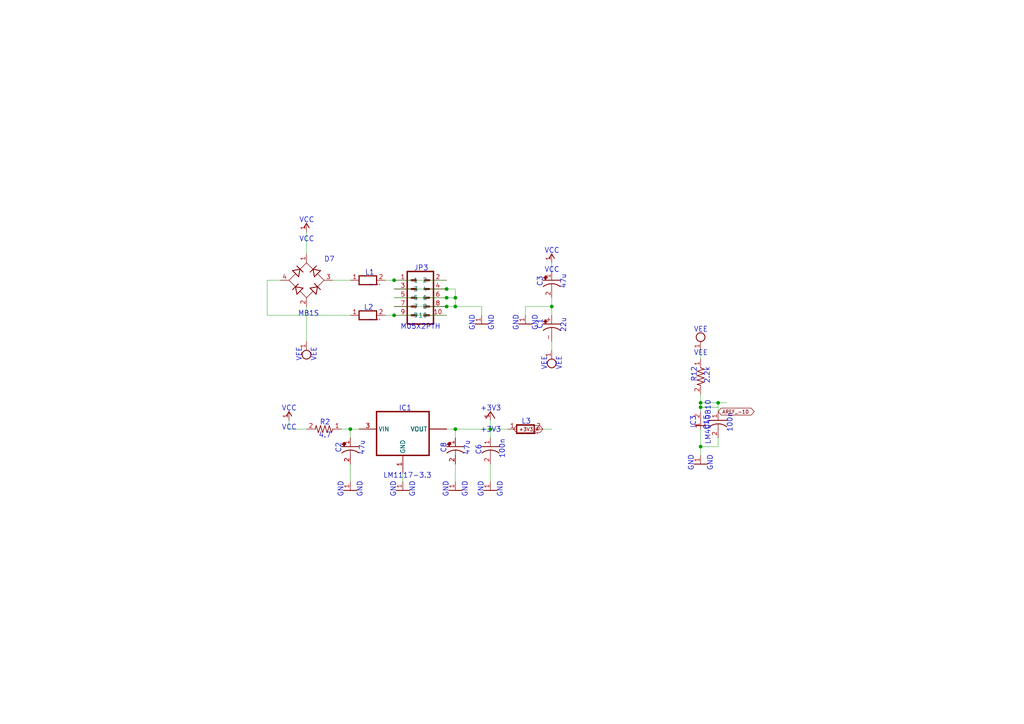
<source format=kicad_sch>
(kicad_sch (version 20231120) (generator "eeschema") (generator_version "8.0")
  (paper "A4")
  (lib_symbols
    (symbol "nrings-eagle-import:+3V3" (power)
      (symbol "+3V3_1_0"
        (polyline (pts (xy 0 0.952) (xy -1.27 -0.952)) (stroke (width 0.254)))
        (polyline (pts (xy 1.27 -0.952) (xy 0 0.952)) (stroke (width 0.254)))
        (pin power_in line (at 0 -1.588 90) (length 2.54) (name "+3V3") (number "1"))
      )
    )
    (symbol "nrings-eagle-import:C-USC0603_4"
      (symbol "C-USC0603_4_1_0"
        (polyline (pts (xy -2.54 1.27) (xy 2.54 1.27)) (stroke (width 0.254)))
        (polyline (pts (xy 0 0.254) (xy 0 -1.27)) (stroke (width 0.152)))
        (arc (start 0 0.254) (mid -1.3021 0.0399) (end -2.467 -0.58) (stroke (width 0.254)))
        (arc (start 2.489 -0.584) (mid 1.3157 0.0506) (end 0 0.2701) (stroke (width 0.254)))
        (pin passive line (at 0 3.81 270) (length 2.54) (name "1") (number "1"))
        (pin passive line (at 0 -3.81 90) (length 2.54) (name "2") (number "2"))
      )
    )
    (symbol "nrings-eagle-import:CPOL-USC"
      (symbol "CPOL-USC_1_0"
        (arc (start 0 -0.334) (mid -1.3021 -0.548) (end -2.467 -1.168) (stroke (width 0.254)))
        (polyline (pts (xy -2.54 0.682) (xy 2.54 0.682)) (stroke (width 0.254)))
        (polyline (pts (xy -2.253 1.349) (xy -1.364 1.349)) (stroke (width 0.333)))
        (polyline (pts (xy -2.253 1.477) (xy -2.253 1.349)) (stroke (width 0.333)))
        (polyline (pts (xy -1.871 0.969) (xy -1.745 0.969)) (stroke (width 0.333)))
        (polyline (pts (xy -1.871 1.858) (xy -1.871 0.969)) (stroke (width 0.333)))
        (polyline (pts (xy -1.745 0.969) (xy -1.745 1.858)) (stroke (width 0.333)))
        (polyline (pts (xy -1.745 1.858) (xy -1.871 1.858)) (stroke (width 0.333)))
        (polyline (pts (xy -1.364 1.349) (xy -1.364 1.477)) (stroke (width 0.333)))
        (polyline (pts (xy -1.364 1.477) (xy -2.253 1.477)) (stroke (width 0.333)))
        (polyline (pts (xy 0 -0.334) (xy 0 -1.858)) (stroke (width 0.152)))
        (arc (start 2.489 -1.172) (mid 1.3157 -0.5374) (end 0 -0.3179) (stroke (width 0.254)))
        (pin passive line (at 0 3.222 270) (length 2.54) (name "+") (number "+"))
        (pin passive line (at 0 -4.398 90) (length 2.54) (name "-") (number "-"))
      )
    )
    (symbol "nrings-eagle-import:CPOL-USD"
      (symbol "CPOL-USD_1_0"
        (arc (start 0 -0.334) (mid -1.3021 -0.548) (end -2.467 -1.168) (stroke (width 0.254)))
        (polyline (pts (xy -2.54 0.682) (xy 2.54 0.682)) (stroke (width 0.254)))
        (polyline (pts (xy -2.253 1.349) (xy -1.364 1.349)) (stroke (width 0.333)))
        (polyline (pts (xy -2.253 1.477) (xy -2.253 1.349)) (stroke (width 0.333)))
        (polyline (pts (xy -1.871 0.969) (xy -1.745 0.969)) (stroke (width 0.333)))
        (polyline (pts (xy -1.871 1.858) (xy -1.871 0.969)) (stroke (width 0.333)))
        (polyline (pts (xy -1.745 0.969) (xy -1.745 1.858)) (stroke (width 0.333)))
        (polyline (pts (xy -1.745 1.858) (xy -1.871 1.858)) (stroke (width 0.333)))
        (polyline (pts (xy -1.364 1.349) (xy -1.364 1.477)) (stroke (width 0.333)))
        (polyline (pts (xy -1.364 1.477) (xy -2.253 1.477)) (stroke (width 0.333)))
        (polyline (pts (xy 0 -0.334) (xy 0 -1.858)) (stroke (width 0.152)))
        (arc (start 2.489 -1.172) (mid 1.3157 -0.5374) (end 0 -0.3179) (stroke (width 0.254)))
        (pin passive line (at 0 3.222 270) (length 2.54) (name "+") (number "1"))
        (pin passive line (at 0 -4.398 90) (length 2.54) (name "-") (number "2"))
      )
    )
    (symbol "nrings-eagle-import:GND" (power)
      (symbol "GND_1_0"
        (polyline (pts (xy -1.905 0) (xy 1.905 0)) (stroke (width 0.254)))
        (pin power_in line (at 0 2.54 270) (length 2.54) (name "GND") (number "1"))
      )
    )
    (symbol "nrings-eagle-import:LM4041B12DBZ"
      (symbol "LM4041B12DBZ_1_0"
        (polyline (pts (xy -1.27 -0.952) (xy -1.27 -0.572)) (stroke (width 0.254)))
        (polyline (pts (xy -1.27 -0.572) (xy 0 -0.572)) (stroke (width 0.254)))
        (polyline (pts (xy 0 -0.572) (xy 1.27 -0.572)) (stroke (width 0.254)))
        (polyline (pts (xy 1.27 -0.572) (xy 1.27 -0.191)) (stroke (width 0.254)))
        (pin passive line (at 0 -1.588 90) (length 2.54) (name "C") (number "1"))
        (pin passive line (at 0 3.492 270) (length 2.54) (name "A") (number "2"))
      )
    )
    (symbol "nrings-eagle-import:M05X2PTH"
      (symbol "M05X2PTH_1_0"
        (polyline (pts (xy -3.81 7.62) (xy -3.81 -7.62)) (stroke (width 0.406)))
        (polyline (pts (xy -3.81 7.62) (xy 3.81 7.62)) (stroke (width 0.406)))
        (polyline (pts (xy -1.27 -5.08) (xy -2.54 -5.08)) (stroke (width 0.61)))
        (polyline (pts (xy -1.27 -2.54) (xy -2.54 -2.54)) (stroke (width 0.61)))
        (polyline (pts (xy -1.27 0) (xy -2.54 0)) (stroke (width 0.61)))
        (polyline (pts (xy -1.27 2.54) (xy -2.54 2.54)) (stroke (width 0.61)))
        (polyline (pts (xy -1.27 5.08) (xy -2.54 5.08)) (stroke (width 0.61)))
        (polyline (pts (xy 1.27 -5.08) (xy 2.54 -5.08)) (stroke (width 0.61)))
        (polyline (pts (xy 1.27 -2.54) (xy 2.54 -2.54)) (stroke (width 0.61)))
        (polyline (pts (xy 1.27 0) (xy 2.54 0)) (stroke (width 0.61)))
        (polyline (pts (xy 1.27 2.54) (xy 2.54 2.54)) (stroke (width 0.61)))
        (polyline (pts (xy 1.27 5.08) (xy 2.54 5.08)) (stroke (width 0.61)))
        (polyline (pts (xy 3.81 -7.62) (xy -3.81 -7.62)) (stroke (width 0.406)))
        (polyline (pts (xy 3.81 -7.62) (xy 3.81 7.62)) (stroke (width 0.406)))
        (pin passive line (at -7.62 5.08 0) (length 5.08) (name "1") (number "1"))
        (pin passive line (at 7.62 -5.08 180) (length 5.08) (name "10") (number "10"))
        (pin passive line (at 7.62 5.08 180) (length 5.08) (name "2") (number "2"))
        (pin passive line (at -7.62 2.54 0) (length 5.08) (name "3") (number "3"))
        (pin passive line (at 7.62 2.54 180) (length 5.08) (name "4") (number "4"))
        (pin passive line (at -7.62 0 0) (length 5.08) (name "5") (number "5"))
        (pin passive line (at 7.62 0 180) (length 5.08) (name "6") (number "6"))
        (pin passive line (at -7.62 -2.54 0) (length 5.08) (name "7") (number "7"))
        (pin passive line (at 7.62 -2.54 180) (length 5.08) (name "8") (number "8"))
        (pin passive line (at -7.62 -5.08 0) (length 5.08) (name "9") (number "9"))
      )
    )
    (symbol "nrings-eagle-import:MB1S"
      (symbol "MB1S_1_0"
        (polyline (pts (xy -5.08 0) (xy -3.277 1.803)) (stroke (width 0.152)))
        (polyline (pts (xy -4.064 -2.794) (xy -2.286 -1.016)) (stroke (width 0.254)))
        (polyline (pts (xy -4.064 2.794) (xy -2.286 1.016)) (stroke (width 0.254)))
        (polyline (pts (xy -3.277 -1.803) (xy -5.08 0)) (stroke (width 0.152)))
        (polyline (pts (xy -2.718 -4.039) (xy -0.94 -2.261)) (stroke (width 0.254)))
        (polyline (pts (xy -2.718 4.039) (xy -1.067 2.388)) (stroke (width 0.254)))
        (polyline (pts (xy -1.905 -3.175) (xy -4.064 -2.794)) (stroke (width 0.254)))
        (polyline (pts (xy -1.905 -3.175) (xy -2.286 -1.016)) (stroke (width 0.254)))
        (polyline (pts (xy -1.905 3.175) (xy -4.064 2.794)) (stroke (width 0.254)))
        (polyline (pts (xy -1.905 3.175) (xy -2.286 1.016)) (stroke (width 0.254)))
        (polyline (pts (xy -1.905 3.175) (xy 0 5.08)) (stroke (width 0.152)))
        (polyline (pts (xy 0 -5.08) (xy -1.905 -3.175)) (stroke (width 0.152)))
        (polyline (pts (xy 0 -5.08) (xy 1.803 -3.277)) (stroke (width 0.152)))
        (polyline (pts (xy 0 5.08) (xy 1.803 3.277)) (stroke (width 0.152)))
        (polyline (pts (xy 1.016 -2.286) (xy 2.794 -4.064)) (stroke (width 0.254)))
        (polyline (pts (xy 1.016 2.286) (xy 2.794 4.064)) (stroke (width 0.254)))
        (polyline (pts (xy 2.362 -1.067) (xy 4.14 -2.845)) (stroke (width 0.254)))
        (polyline (pts (xy 2.362 1.016) (xy 4.14 2.794)) (stroke (width 0.254)))
        (polyline (pts (xy 3.175 -1.905) (xy 1.016 -2.286)) (stroke (width 0.254)))
        (polyline (pts (xy 3.175 -1.905) (xy 2.794 -4.064)) (stroke (width 0.254)))
        (polyline (pts (xy 3.175 1.905) (xy 1.016 2.286)) (stroke (width 0.254)))
        (polyline (pts (xy 3.175 1.905) (xy 2.794 4.064)) (stroke (width 0.254)))
        (polyline (pts (xy 3.175 1.905) (xy 5.08 0)) (stroke (width 0.152)))
        (polyline (pts (xy 5.08 0) (xy 3.175 -1.905)) (stroke (width 0.152)))
        (pin passive line (at 7.62 0 180) (length 2.54) (name "+") (number "1"))
        (pin passive line (at -7.62 0 0) (length 2.54) (name "-") (number "2"))
        (pin passive line (at 0 -7.62 90) (length 2.54) (name "AC2") (number "3"))
        (pin passive line (at 0 7.62 270) (length 2.54) (name "AC1") (number "4"))
      )
    )
    (symbol "nrings-eagle-import:R-US_R0603_36"
      (symbol "R-US_R0603_36_1_0"
        (polyline (pts (xy -1.016 -2.286) (xy 0 -2.54)) (stroke (width 0.203)))
        (polyline (pts (xy -1.016 -1.016) (xy 1.016 -1.651)) (stroke (width 0.203)))
        (polyline (pts (xy -1.016 0.254) (xy 1.016 -0.381)) (stroke (width 0.203)))
        (polyline (pts (xy -1.016 1.524) (xy 1.016 0.889)) (stroke (width 0.203)))
        (polyline (pts (xy 0 2.54) (xy 1.016 2.159)) (stroke (width 0.203)))
        (polyline (pts (xy 1.016 -1.651) (xy -1.016 -2.286)) (stroke (width 0.203)))
        (polyline (pts (xy 1.016 -0.381) (xy -1.016 -1.016)) (stroke (width 0.203)))
        (polyline (pts (xy 1.016 0.889) (xy -1.016 0.254)) (stroke (width 0.203)))
        (polyline (pts (xy 1.016 2.159) (xy -1.016 1.524)) (stroke (width 0.203)))
        (pin passive line (at 0 5.08 270) (length 2.54) (name "1") (number "1"))
        (pin passive line (at 0 -5.08 90) (length 2.54) (name "2") (number "2"))
      )
    )
    (symbol "nrings-eagle-import:R-US_R1206"
      (symbol "R-US_R1206_1_0"
        (polyline (pts (xy -2.286 1.016) (xy -2.54 0)) (stroke (width 0.203)))
        (polyline (pts (xy -1.651 -1.016) (xy -2.286 1.016)) (stroke (width 0.203)))
        (polyline (pts (xy -1.016 1.016) (xy -1.651 -1.016)) (stroke (width 0.203)))
        (polyline (pts (xy -0.381 -1.016) (xy -1.016 1.016)) (stroke (width 0.203)))
        (polyline (pts (xy 0.254 1.016) (xy -0.381 -1.016)) (stroke (width 0.203)))
        (polyline (pts (xy 0.889 -1.016) (xy 0.254 1.016)) (stroke (width 0.203)))
        (polyline (pts (xy 1.524 1.016) (xy 0.889 -1.016)) (stroke (width 0.203)))
        (polyline (pts (xy 2.159 -1.016) (xy 1.524 1.016)) (stroke (width 0.203)))
        (polyline (pts (xy 2.54 0) (xy 2.159 -1.016)) (stroke (width 0.203)))
        (pin passive line (at 5.08 0 180) (length 2.54) (name "1") (number "1"))
        (pin passive line (at -5.08 0 0) (length 2.54) (name "2") (number "2"))
      )
    )
    (symbol "nrings-eagle-import:REG1117T"
      (symbol "REG1117T_1_0"
        (polyline (pts (xy -7.62 -6.35) (xy 7.62 -6.35)) (stroke (width 0.406)))
        (polyline (pts (xy -7.62 6.35) (xy -7.62 -6.35)) (stroke (width 0.406)))
        (polyline (pts (xy 7.62 -6.35) (xy 7.62 6.35)) (stroke (width 0.406)))
        (polyline (pts (xy 7.62 6.35) (xy -7.62 6.35)) (stroke (width 0.406)))
        (pin power_in line (at 0 -11.43 90) (length 5.08) (name "GND") (number "1"))
        (pin output line (at 12.7 1.27 180) (length 5.08) (name "VOUT") (number "2"))
        (pin input line (at -12.7 1.27 0) (length 5.08) (name "VIN") (number "3"))
        (pin output line (at 12.7 1.27 180) (length 5.08) (name "VOUT") (number "4"))
      )
    )
    (symbol "nrings-eagle-import:VCC" (power)
      (symbol "VCC_1_0"
        (polyline (pts (xy 0 0.635) (xy -0.762 -0.635)) (stroke (width 0.254)))
        (polyline (pts (xy 0.762 -0.635) (xy 0 0.635)) (stroke (width 0.254)))
        (pin power_in line (at 0 -1.905 90) (length 2.54) (name "VCC") (number "1"))
      )
    )
    (symbol "nrings-eagle-import:VEE" (power)
      (symbol "VEE_1_0"
        (circle (center 0 0) (radius 1.27) (stroke (width 0.254)))
        (pin power_in line (at 0 -3.81 90) (length 2.54) (name "VEE") (number "1"))
      )
    )
    (symbol "nrings-eagle-import:VEE_42" (power)
      (symbol "VEE_42_1_0"
        (circle (center 0 0) (radius 1.27) (stroke (width 0.254)))
        (pin power_in line (at 0 3.81 270) (length 2.54) (name "VEE") (number "1"))
      )
    )
    (symbol "nrings-eagle-import:WE-CBF_0603"
      (symbol "WE-CBF_0603_1_0"
        (polyline (pts (xy -2.538 -1.272) (xy 2.54 -1.272)) (stroke (width 0.333)))
        (polyline (pts (xy -2.538 1.272) (xy -2.538 -1.272)) (stroke (width 0.333)))
        (polyline (pts (xy 2.54 -1.272) (xy 2.54 1.272)) (stroke (width 0.333)))
        (polyline (pts (xy 2.54 1.272) (xy -2.538 1.272)) (stroke (width 0.333)))
        (pin passive line (at -5.08 0.002 0) (length 2.54) (name "1") (number "1"))
        (pin passive line (at 5.08 0.002 180) (length 2.54) (name "2") (number "2"))
      )
    )
  )
  (junction (at 142.24 124.46))
  (junction (at 114.3 91.44))
  (junction (at 129.54 86.36))
  (junction (at 132.08 88.9))
  (junction (at 129.54 88.9))
  (junction (at 203.2 129.54))
  (junction (at 132.08 124.46))
  (junction (at 160.02 88.9))
  (junction (at 129.54 83.82))
  (junction (at 208.28 116.84))
  (junction (at 101.6 124.46))
  (junction (at 203.2 118.11))
  (junction (at 203.2 116.84))
  (junction (at 132.08 86.36))
  (junction (at 114.3 81.28))
  (wire (pts (xy 101.6 124.46) (xy 104.14 124.46)) (stroke (width 0.1)))
  (wire (pts (xy 99.06 124.46) (xy 101.6 124.46)) (stroke (width 0.1)))
  (wire (pts (xy 114.3 81.28) (xy 129.54 81.28)) (stroke (width 0.1)))
  (wire (pts (xy 129.54 83.82) (xy 132.08 83.82)) (stroke (width 0.1)))
  (wire (pts (xy 132.08 134.62) (xy 132.08 139.7)) (stroke (width 0.1)))
  (wire (pts (xy 83.82 124.46) (xy 83.82 121.92)) (stroke (width 0.1)))
  (wire (pts (xy 160.02 78.74) (xy 160.02 76.2)) (stroke (width 0.1)))
  (wire (pts (xy 208.28 116.84) (xy 210.82 116.84)) (stroke (width 0.1)))
  (wire (pts (xy 160.02 91.44) (xy 160.02 88.9)) (stroke (width 0.1)))
  (wire (pts (xy 96.52 81.28) (xy 101.6 81.28)) (stroke (width 0.1)))
  (wire (pts (xy 160.02 88.9) (xy 152.4 88.9)) (stroke (width 0.1)))
  (wire (pts (xy 88.9 88.9) (xy 88.9 99.06)) (stroke (width 0.1)))
  (wire (pts (xy 111.76 91.44) (xy 114.3 91.44)) (stroke (width 0.1)))
  (wire (pts (xy 160.02 88.9) (xy 160.02 86.36)) (stroke (width 0.1)))
  (wire (pts (xy 132.08 86.36) (xy 132.08 88.9)) (stroke (width 0.1)))
  (wire (pts (xy 132.08 124.46) (xy 129.54 124.46)) (stroke (width 0.1)))
  (wire (pts (xy 132.08 88.9) (xy 139.7 88.9)) (stroke (width 0.1)))
  (wire (pts (xy 132.08 86.36) (xy 129.54 86.36)) (stroke (width 0.1)))
  (wire (pts (xy 142.24 134.62) (xy 142.24 139.7)) (stroke (width 0.1)))
  (wire (pts (xy 208.28 116.84) (xy 203.2 116.84)) (stroke (width 0.1)))
  (wire (pts (xy 203.2 118.11) (xy 203.2 116.84)) (stroke (width 0.1)))
  (wire (pts (xy 152.4 88.9) (xy 152.4 91.44)) (stroke (width 0.1)))
  (wire (pts (xy 77.47 91.44) (xy 77.47 81.28)) (stroke (width 0.1)))
  (wire (pts (xy 142.24 124.46) (xy 142.24 127)) (stroke (width 0.1)))
  (wire (pts (xy 129.54 86.36) (xy 114.3 86.36)) (stroke (width 0.1)))
  (wire (pts (xy 101.6 134.62) (xy 101.6 139.7)) (stroke (width 0.1)))
  (wire (pts (xy 77.47 81.28) (xy 81.28 81.28)) (stroke (width 0.1)))
  (wire (pts (xy 203.2 104.14) (xy 203.2 101.6)) (stroke (width 0.1)))
  (wire (pts (xy 142.24 124.46) (xy 142.24 121.92)) (stroke (width 0.1)))
  (wire (pts (xy 116.84 137.16) (xy 116.84 139.7)) (stroke (width 0.1)))
  (wire (pts (xy 132.08 83.82) (xy 132.08 86.36)) (stroke (width 0.1)))
  (wire (pts (xy 208.28 116.84) (xy 208.28 119.38)) (stroke (width 0.1)))
  (wire (pts (xy 160.02 99.06) (xy 160.02 101.6)) (stroke (width 0.1)))
  (wire (pts (xy 88.9 73.66) (xy 88.9 67.31)) (stroke (width 0.1)))
  (wire (pts (xy 203.2 124.46) (xy 203.2 129.54)) (stroke (width 0.1)))
  (wire (pts (xy 101.6 127) (xy 101.6 124.46)) (stroke (width 0.1)))
  (wire (pts (xy 208.28 129.54) (xy 203.2 129.54)) (stroke (width 0.1)))
  (wire (pts (xy 208.28 127) (xy 208.28 129.54)) (stroke (width 0.1)))
  (wire (pts (xy 203.2 129.54) (xy 203.2 132.08)) (stroke (width 0.1)))
  (wire (pts (xy 101.6 91.44) (xy 77.47 91.44)) (stroke (width 0.1)))
  (wire (pts (xy 203.2 118.11) (xy 208.28 118.11)) (stroke (width 0.1)))
  (wire (pts (xy 157.48 124.46) (xy 160.02 124.46)) (stroke (width 0.1)))
  (wire (pts (xy 129.54 88.9) (xy 132.08 88.9)) (stroke (width 0.1)))
  (wire (pts (xy 147.32 124.46) (xy 142.24 124.46)) (stroke (width 0.1)))
  (wire (pts (xy 203.2 116.84) (xy 203.2 114.3)) (stroke (width 0.1)))
  (wire (pts (xy 114.3 83.82) (xy 129.54 83.82)) (stroke (width 0.1)))
  (wire (pts (xy 129.54 88.9) (xy 114.3 88.9)) (stroke (width 0.1)))
  (wire (pts (xy 88.9 124.46) (xy 83.82 124.46)) (stroke (width 0.1)))
  (wire (pts (xy 111.76 81.28) (xy 114.3 81.28)) (stroke (width 0.1)))
  (wire (pts (xy 139.7 88.9) (xy 139.7 91.44)) (stroke (width 0.1)))
  (wire (pts (xy 114.3 91.44) (xy 129.54 91.44)) (stroke (width 0.1)))
  (wire (pts (xy 132.08 124.46) (xy 142.24 124.46)) (stroke (width 0.1)))
  (wire (pts (xy 132.08 127) (xy 132.08 124.46)) (stroke (width 0.1)))
  (wire (pts (xy 203.2 119.38) (xy 203.2 118.11)) (stroke (width 0.1)))
  (text "GND" (at 201.295 136.658 90) (effects (font (size 1.48 1.48)) (justify left bottom)))
  (text "L3" (at 151.217 123.19 0) (effects (font (size 1.48 1.48)) (justify left bottom)))
  (text "LM4040B10" (at 204.47 129.093 90) (effects (font (size 1.48 1.48)) (justify left top)))
  (text "47u" (at 162.56 83.891 90) (effects (font (size 1.48 1.48)) (justify left top)))
  (text "GND" (at 133.985 144.278 90) (effects (font (size 1.48 1.48)) (justify left top)))
  (text "+3V3" (at 139.274 123.825 0) (effects (font (size 1.48 1.48)) (justify left top)))
  (text "GND" (at 99.695 144.278 90) (effects (font (size 1.48 1.48)) (justify left bottom)))
  (text "GND" (at 130.175 144.278 90) (effects (font (size 1.48 1.48)) (justify left bottom)))
  (text "\" \"" (at 152.635 125.734 0) (effects (font (size 1.48 1.48)) (justify left top)))
  (text "VEE" (at 158.75 107.41 90) (effects (font (size 1.48 1.48)) (justify left bottom)))
  (text "100n" (at 144.78 133.12 90) (effects (font (size 1.48 1.48)) (justify left top)))
  (text "100n" (at 210.82 125.5 90) (effects (font (size 1.48 1.48)) (justify left top)))
  (text "R12" (at 202.184 110.894 90) (effects (font (size 1.48 1.48)) (justify left bottom)))
  (text "C1" (at 157.48 95.627 90) (effects (font (size 1.48 1.48)) (justify left bottom)))
  (text "C15" (at 205.74 124.9 90) (effects (font (size 1.48 1.48)) (justify left bottom)))
  (text "GND" (at 114.935 144.278 90) (effects (font (size 1.48 1.48)) (justify left bottom)))
  (text "GND" (at 154.305 96.018 90) (effects (font (size 1.48 1.48)) (justify left top)))
  (text "+3V3" (at 139.274 119.38 0) (effects (font (size 1.48 1.48)) (justify left bottom)))
  (text "MB1S" (at 86.408 90.17 0) (effects (font (size 1.48 1.48)) (justify left top)))
  (text "VCC" (at 157.873 77.47 0) (effects (font (size 1.48 1.48)) (justify left top)))
  (text "GND" (at 144.145 144.278 90) (effects (font (size 1.48 1.48)) (justify left top)))
  (text "L1" (at 105.825 80.01 0) (effects (font (size 1.48 1.48)) (justify left bottom)))
  (text "GND" (at 205.105 136.658 90) (effects (font (size 1.48 1.48)) (justify left top)))
  (text "C8" (at 129.54 131.514 90) (effects (font (size 1.48 1.48)) (justify left bottom)))
  (text "2.2k" (at 204.216 111.421 90) (effects (font (size 1.48 1.48)) (justify left top)))
  (text "JP3" (at 120.064 78.74 0) (effects (font (size 1.48 1.48)) (justify left bottom)))
  (text "VCC" (at 81.673 123.19 0) (effects (font (size 1.48 1.48)) (justify left top)))
  (text "47u" (at 134.62 132.151 90) (effects (font (size 1.48 1.48)) (justify left top)))
  (text "47u" (at 104.14 132.151 90) (effects (font (size 1.48 1.48)) (justify left top)))
  (text "R2" (at 92.724 123.444 0) (effects (font (size 1.48 1.48)) (justify left bottom)))
  (text "L2" (at 105.497 90.17 0) (effects (font (size 1.48 1.48)) (justify left bottom)))
  (text "GND" (at 140.335 144.278 90) (effects (font (size 1.48 1.48)) (justify left bottom)))
  (text "VCC" (at 86.753 64.77 0) (effects (font (size 1.48 1.48)) (justify left bottom)))
  (text "GND" (at 137.795 96.018 90) (effects (font (size 1.48 1.48)) (justify left bottom)))
  (text "\" \"" (at 106.915 92.714 0) (effects (font (size 1.48 1.48)) (justify left top)))
  (text "IC3" (at 201.93 124.4 90) (effects (font (size 1.48 1.48)) (justify left bottom)))
  (text "VEE" (at 90.17 104.87 90) (effects (font (size 1.48 1.48)) (justify left top)))
  (text "VCC" (at 86.753 68.58 0) (effects (font (size 1.48 1.48)) (justify left top)))
  (text "VEE" (at 87.63 104.87 90) (effects (font (size 1.48 1.48)) (justify left bottom)))
  (text "22u" (at 162.56 96.554 90) (effects (font (size 1.48 1.48)) (justify left top)))
  (text "VCC" (at 81.673 119.38 0) (effects (font (size 1.48 1.48)) (justify left bottom)))
  (text "VEE" (at 201.2 96.52 0) (effects (font (size 1.48 1.48)) (justify left bottom)))
  (text "GND" (at 103.505 144.278 90) (effects (font (size 1.48 1.48)) (justify left top)))
  (text "D7" (at 93.98 76.2 0) (effects (font (size 1.48 1.48)) (justify left bottom)))
  (text "IC1" (at 115.64 119.38 0) (effects (font (size 1.48 1.48)) (justify left bottom)))
  (text "GND" (at 150.495 96.018 90) (effects (font (size 1.48 1.48)) (justify left bottom)))
  (text "C2" (at 99.06 131.514 90) (effects (font (size 1.48 1.48)) (justify left bottom)))
  (text "LM1117-3.3" (at 111.128 137.16 0) (effects (font (size 1.48 1.48)) (justify left top)))
  (text "GND" (at 118.745 144.278 90) (effects (font (size 1.48 1.48)) (justify left top)))
  (text "VEE" (at 161.29 107.41 90) (effects (font (size 1.48 1.48)) (justify left top)))
  (text "GND" (at 141.605 96.018 90) (effects (font (size 1.48 1.48)) (justify left top)))
  (text "M05X2PTH" (at 116.117 93.98 0) (effects (font (size 1.48 1.48)) (justify left top)))
  (text "C3" (at 157.48 83.254 90) (effects (font (size 1.48 1.48)) (justify left bottom)))
  (text "\" \"" (at 106.915 82.554 0) (effects (font (size 1.48 1.48)) (justify left top)))
  (text "4.7" (at 92.379 125.476 0) (effects (font (size 1.48 1.48)) (justify left top)))
  (text "C6" (at 139.7 132.065 90) (effects (font (size 1.48 1.48)) (justify left bottom)))
  (text "VCC" (at 157.873 73.66 0) (effects (font (size 1.48 1.48)) (justify left bottom)))
  (text "VEE" (at 201.2 101.6 0) (effects (font (size 1.48 1.48)) (justify left top)))
  (global_label "+3V3_A" (shape bidirectional) (at 157.48 124.46 180) (effects (font (size 1.016 1.016))) (property "Intersheetrefs" "${INTERSHEET_REFS}" (effects (hide yes))))
  (global_label "AREF_-10" (shape bidirectional) (at 208.28 119.38 0) (effects (font (size 1.016 1.016))) (property "Intersheetrefs" "${INTERSHEET_REFS}" (effects (hide yes))))
  (symbol (lib_id "nrings-eagle-import:VEE_42") (at 160.02 105.41 0) (unit 1)
    (property "Reference" "#SUPPLY3" (effects (hide yes)))
    (property "Value" "VEE" (effects (hide yes)))
  )
  (symbol (lib_id "nrings-eagle-import:GND") (at 142.24 142.24 0) (unit 1)
    (property "Reference" "#GND36" (effects (hide yes)))
    (property "Value" "GND" (effects (hide yes)))
  )
  (symbol (lib_id "nrings-eagle-import:R-US_R1206") (at 93.98 124.46 0) (unit 1)
    (property "Reference" "R2" (effects (hide yes)))
    (property "Value" "4.7" (effects (hide yes)))
    (property "Footprint" "nrings:R1206" (effects (hide yes)))
  )
  (symbol (lib_id "nrings-eagle-import:VEE") (at 203.2 97.79 0) (unit 1)
    (property "Reference" "#SUPPLY1" (effects (hide yes)))
    (property "Value" "VEE" (effects (hide yes)))
  )
  (symbol (lib_id "nrings-eagle-import:VCC") (at 88.9 65.405 0) (unit 1)
    (property "Reference" "#P+2" (effects (hide yes)))
    (property "Value" "VCC" (effects (hide yes)))
  )
  (symbol (lib_id "nrings-eagle-import:R-US_R0603_36") (at 203.2 109.22 0) (unit 1)
    (property "Reference" "R12" (effects (hide yes)))
    (property "Value" "2.2k" (effects (hide yes)))
    (property "Footprint" "nrings:RES_0603" (effects (hide yes)))
  )
  (symbol (lib_id "nrings-eagle-import:C-USC0603_4") (at 208.28 123.19 0) (unit 1)
    (property "Reference" "C15" (effects (hide yes)))
    (property "Value" "100n" (effects (hide yes)))
    (property "Footprint" "nrings:CAP_0603" (effects (hide yes)))
  )
  (symbol (lib_id "nrings-eagle-import:GND") (at 116.84 142.24 0) (unit 1)
    (property "Reference" "#GND34" (effects (hide yes)))
    (property "Value" "GND" (effects (hide yes)))
  )
  (symbol (lib_id "nrings-eagle-import:VCC") (at 83.82 120.015 0) (unit 1)
    (property "Reference" "#P+8" (effects (hide yes)))
    (property "Value" "VCC" (effects (hide yes)))
  )
  (symbol (lib_id "nrings-eagle-import:CPOL-USD") (at 101.6 130.222 0) (unit 1)
    (property "Reference" "C2" (effects (hide yes)))
    (property "Value" "47u" (effects (hide yes)))
    (property "Footprint" "nrings:CAPAE-5.3X5.3H7" (effects (hide yes)))
  )
  (symbol (lib_id "nrings-eagle-import:M05X2PTH") (at 121.92 86.36 0) (unit 1)
    (property "Reference" "JP3" (effects (hide yes)))
    (property "Value" "M05X2PTH" (effects (hide yes)))
    (property "Footprint" "nrings:AVR_ICSP" (effects (hide yes)))
  )
  (symbol (lib_id "nrings-eagle-import:WE-CBF_0603") (at 152.4 124.462 0) (unit 1)
    (property "Reference" "L3" (effects (hide yes)))
    (property "Value" "WE-CBF_0603" (effects (hide yes)))
    (property "Footprint" "nrings:0603" (effects (hide yes)))
  )
  (symbol (lib_id "nrings-eagle-import:GND") (at 132.08 142.24 0) (unit 1)
    (property "Reference" "#GND35" (effects (hide yes)))
    (property "Value" "GND" (effects (hide yes)))
  )
  (symbol (lib_id "nrings-eagle-import:GND") (at 101.6 142.24 0) (unit 1)
    (property "Reference" "#GND43" (effects (hide yes)))
    (property "Value" "GND" (effects (hide yes)))
  )
  (symbol (lib_id "nrings-eagle-import:LM4041B12DBZ") (at 203.2 122.873 0) (unit 1)
    (property "Reference" "IC3" (effects (hide yes)))
    (property "Value" "LM4040B10" (effects (hide yes)))
    (property "Footprint" "nrings:DBZ_R-PDSO-G3" (effects (hide yes)))
  )
  (symbol (lib_id "nrings-eagle-import:WE-CBF_0603") (at 106.68 91.442 0) (unit 1)
    (property "Reference" "L2" (effects (hide yes)))
    (property "Value" "WE-CBF_0603" (effects (hide yes)))
    (property "Footprint" "nrings:0603" (effects (hide yes)))
  )
  (symbol (lib_id "nrings-eagle-import:MB1S") (at 88.9 81.28 90) (unit 1)
    (property "Reference" "D7" (effects (hide yes)))
    (property "Value" "MB1S" (effects (hide yes)))
    (property "Footprint" "nrings:SOP-4_6.5X2.54" (effects (hide yes)))
  )
  (symbol (lib_id "nrings-eagle-import:GND") (at 152.4 93.98 0) (unit 1)
    (property "Reference" "#GND24" (effects (hide yes)))
    (property "Value" "GND" (effects (hide yes)))
  )
  (symbol (lib_id "nrings-eagle-import:REG1117T") (at 116.84 125.73 0) (unit 1)
    (property "Reference" "IC1" (effects (hide yes)))
    (property "Value" "LM1117-3.3" (effects (hide yes)))
    (property "Footprint" "nrings:SOT223-4" (effects (hide yes)))
  )
  (symbol (lib_id "nrings-eagle-import:WE-CBF_0603") (at 106.68 81.282 0) (unit 1)
    (property "Reference" "L1" (effects (hide yes)))
    (property "Value" "WE-CBF_0603" (effects (hide yes)))
    (property "Footprint" "nrings:0603" (effects (hide yes)))
  )
  (symbol (lib_id "nrings-eagle-import:VCC") (at 160.02 74.295 0) (unit 1)
    (property "Reference" "#P+3" (effects (hide yes)))
    (property "Value" "VCC" (effects (hide yes)))
  )
  (symbol (lib_id "nrings-eagle-import:GND") (at 203.2 134.62 0) (unit 1)
    (property "Reference" "#GND69" (effects (hide yes)))
    (property "Value" "GND" (effects (hide yes)))
  )
  (symbol (lib_id "nrings-eagle-import:CPOL-USC") (at 160.02 94.662 0) (unit 1)
    (property "Reference" "C1" (effects (hide yes)))
    (property "Value" "22u" (effects (hide yes)))
    (property "Footprint" "nrings:PANASONIC_C" (effects (hide yes)))
  )
  (symbol (lib_id "nrings-eagle-import:+3V3") (at 142.24 120.333 0) (unit 1)
    (property "Reference" "#+3V1" (effects (hide yes)))
    (property "Value" "+3V3" (effects (hide yes)))
  )
  (symbol (lib_id "nrings-eagle-import:CPOL-USD") (at 132.08 130.222 0) (unit 1)
    (property "Reference" "C8" (effects (hide yes)))
    (property "Value" "47u" (effects (hide yes)))
    (property "Footprint" "nrings:CAPAE-5.3X5.3H7" (effects (hide yes)))
  )
  (symbol (lib_id "nrings-eagle-import:VEE_42") (at 88.9 102.87 0) (unit 1)
    (property "Reference" "#SUPPLY2" (effects (hide yes)))
    (property "Value" "VEE" (effects (hide yes)))
  )
  (symbol (lib_id "nrings-eagle-import:GND") (at 139.7 93.98 0) (unit 1)
    (property "Reference" "#GND4" (effects (hide yes)))
    (property "Value" "GND" (effects (hide yes)))
  )
  (symbol (lib_id "nrings-eagle-import:C-USC0603_4") (at 142.24 130.81 0) (unit 1)
    (property "Reference" "C6" (effects (hide yes)))
    (property "Value" "100n" (effects (hide yes)))
    (property "Footprint" "nrings:CAP_0603" (effects (hide yes)))
  )
  (symbol (lib_id "nrings-eagle-import:CPOL-USD") (at 160.02 81.962 0) (unit 1)
    (property "Reference" "C3" (effects (hide yes)))
    (property "Value" "47u" (effects (hide yes)))
    (property "Footprint" "nrings:CAPAE-5.3X5.3H7" (effects (hide yes)))
  )
)
</source>
